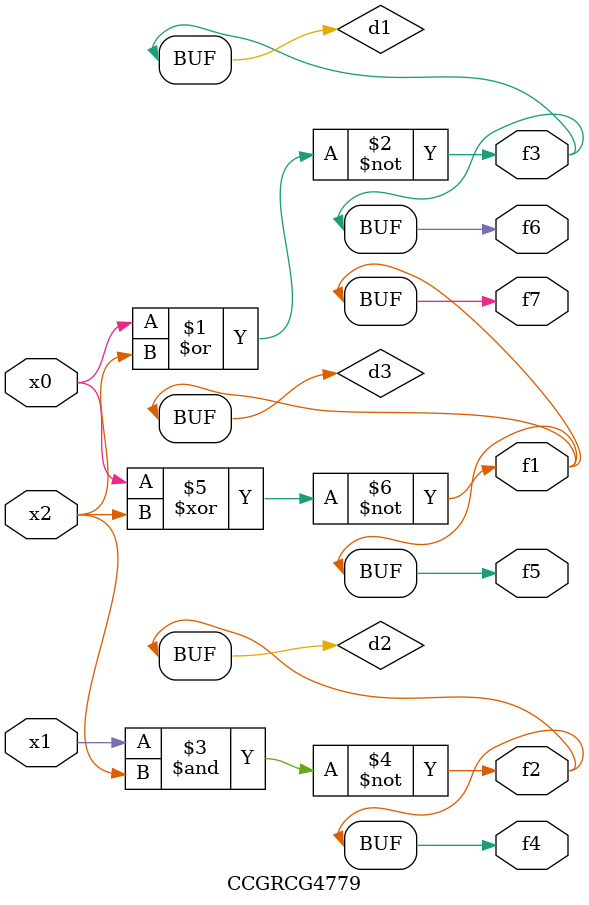
<source format=v>
module CCGRCG4779(
	input x0, x1, x2,
	output f1, f2, f3, f4, f5, f6, f7
);

	wire d1, d2, d3;

	nor (d1, x0, x2);
	nand (d2, x1, x2);
	xnor (d3, x0, x2);
	assign f1 = d3;
	assign f2 = d2;
	assign f3 = d1;
	assign f4 = d2;
	assign f5 = d3;
	assign f6 = d1;
	assign f7 = d3;
endmodule

</source>
